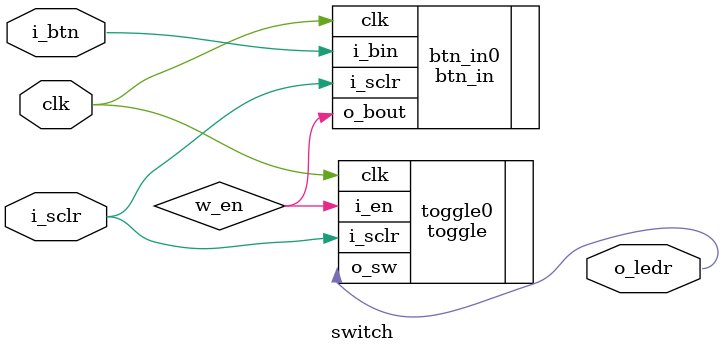
<source format=v>
`include "btn_in.v"
`include "toggle.v"

module switch (
  input wire clk, i_sclr,
  input wire i_btn,
  output wire o_ledr
);
  parameter BIT_SIZE = 20;
  wire w_en;

  btn_in #(BIT_SIZE) btn_in0(
    .clk(clk),
    .i_sclr(i_sclr),
    .i_bin(i_btn),
    .o_bout(w_en)
  );

  toggle toggle0(
    .clk(clk),
    .i_sclr(i_sclr),
    .i_en(w_en),
    .o_sw(o_ledr)
  );
endmodule

</source>
